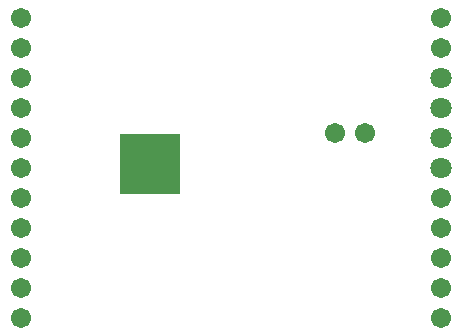
<source format=gbs>
G04*
G04 #@! TF.GenerationSoftware,Altium Limited,Altium Designer,18.0.11 (651)*
G04*
G04 Layer_Color=16711935*
%FSLAX25Y25*%
%MOIN*%
G70*
G01*
G75*
%ADD35C,0.07099*%
%ADD36C,0.06706*%
G36*
X-87042Y-38787D02*
X-107042D01*
Y-58786D01*
X-87042D01*
Y-38787D01*
D02*
G37*
D35*
X0Y-50000D02*
D03*
Y-40000D02*
D03*
Y-30000D02*
D03*
Y-20000D02*
D03*
D36*
X-140000Y-60000D02*
D03*
Y-100000D02*
D03*
Y-90000D02*
D03*
Y-80000D02*
D03*
Y-70000D02*
D03*
Y-20000D02*
D03*
Y-30000D02*
D03*
Y-40000D02*
D03*
Y-50000D02*
D03*
X0Y-80000D02*
D03*
Y-100000D02*
D03*
Y-90000D02*
D03*
X-140000Y0D02*
D03*
Y-10000D02*
D03*
X0Y0D02*
D03*
Y-10000D02*
D03*
Y-60000D02*
D03*
Y-70000D02*
D03*
X-35268Y-38400D02*
D03*
X-25268D02*
D03*
M02*

</source>
